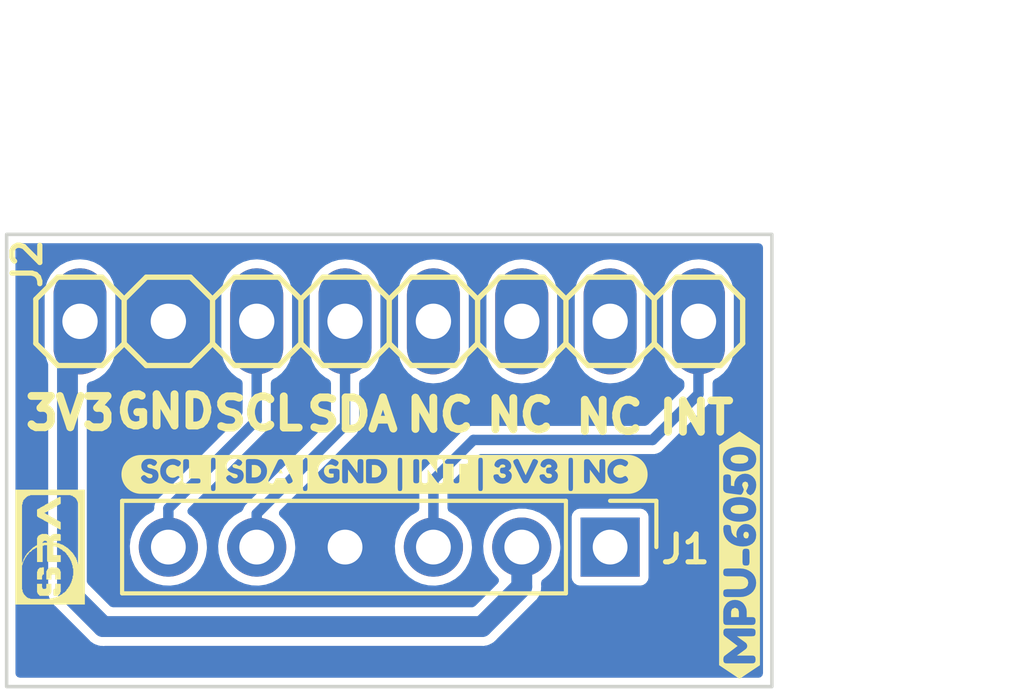
<source format=kicad_pcb>
(kicad_pcb (version 20211014) (generator pcbnew)
  (layers (0 "F.Cu" signal) (31 "B.Cu" signal) (34 "B.Paste" user) (35 "F.Paste" user) (36 "B.SilkS" user "B.Silkscreen") (37 "F.SilkS" user "F.Silkscreen") (38 "B.Mask" user) (39 "F.Mask" user) (44 "Edge.Cuts" user))
  (net 0 "")
  (net 2 "/3V3")
  (net 3 "/INT")
  (net 4 "/GND")
  (net 5 "/SDA")
  (net 6 "/SCL")
  (footprint "kibuzzard-637B8032" (layer "F.Cu") (at 151.925 75)
    (fp_text reference "kibuzzard-637B8032" hide)
    (fp_text value "G***" hide)
  )
  (footprint "component_libraries:1X08" (layer "F.Cu") (at 152.06 70.6)
    (fp_text reference "J2" (at -9.94 -0.87 90) (layer "F.SilkS") (effects (font (size 0.8 0.8)) (justify left bottom)))
    (fp_text value "Conn_01x08_Female")
    (pad "1" thru_hole oval (at -8.89 0 90) (size 3.048 1.524) (drill 1.016) (layers *.Cu *.Mask) (net 2 "/3V3"))
    (pad "2" thru_hole oval (at -6.35 0 90) (size 3.048 1.524) (drill 1.016) (layers *.Cu *.Mask) (net 4 "/GND"))
    (pad "3" thru_hole oval (at -3.81 0 90) (size 3.048 1.524) (drill 1.016) (layers *.Cu *.Mask) (net 6 "/SCL"))
    (pad "4" thru_hole oval (at -1.27 0 90) (size 3.048 1.524) (drill 1.016) (layers *.Cu *.Mask) (net 5 "/SDA"))
    (pad "5" thru_hole oval (at 1.27 0 90) (size 3.048 1.524) (drill 1.016) (layers *.Cu *.Mask))
    (pad "6" thru_hole oval (at 3.81 0 90) (size 3.048 1.524) (drill 1.016) (layers *.Cu *.Mask))
    (pad "7" thru_hole oval (at 6.35 0 90) (size 3.048 1.524) (drill 1.016) (layers *.Cu *.Mask))
    (pad "8" thru_hole oval (at 8.89 0 90) (size 3.048 1.524) (drill 1.016) (layers *.Cu *.Mask) (net 3 "/INT"))
  )
  (footprint "Connector_PinHeader_2.54mm:PinHeader_1x06_P2.54mm_Vertical" (layer "F.Cu") (at 158.41 77.09 -90)
    (fp_text reference "J1" (at 0.06 -2.165 180) (layer "F.SilkS") (effects (font (size 0.8 0.8))))
    (fp_text value "Conn_01x06_Male")
    (pad "1" thru_hole rect locked (at 0 0 270) (size 1.7 1.7) (drill 1) (layers *.Cu *.Mask))
    (pad "2" thru_hole oval locked (at 0 2.54 270) (size 1.7 1.7) (drill 1) (layers *.Cu *.Mask) (net 2 "/3V3"))
    (pad "3" thru_hole oval locked (at 0 5.08 270) (size 1.7 1.7) (drill 1) (layers *.Cu *.Mask) (net 3 "/INT"))
    (pad "4" thru_hole oval locked (at 0 7.62 270) (size 1.7 1.7) (drill 1) (layers *.Cu *.Mask) (net 4 "/GND"))
    (pad "5" thru_hole oval locked (at 0 10.16 270) (size 1.7 1.7) (drill 1) (layers *.Cu *.Mask) (net 5 "/SDA"))
    (pad "6" thru_hole oval locked (at 0 12.7 270) (size 1.7 1.7) (drill 1) (layers *.Cu *.Mask) (net 6 "/SCL"))
  )
  (footprint "logos:sra_logo_smallest_neg" (layer "F.Cu") (at 142.31 77.09 90)
    (fp_text reference "G***" hide)
    (fp_text value "LOGO" hide)
  )
  (footprint "kibuzzard-61F9996D" (layer "F.Cu") (at 162.13 77.32 90)
    (fp_text reference "kibuzzard-61F9996D" hide)
    (fp_text value "G***" hide)
  )
  (gr_rect (start 141.06 68.1) (end 163.06 81.1) (layer "Edge.Cuts") (width 0.1) (fill none))
  (gr_text "INT" (at 160.89 73.37) (layer "F.SilkS") (effects (font (size 0.9 0.9) (thickness 0.225))))
  (gr_text "SDA" (at 151 73.28) (layer "F.SilkS") (effects (font (size 0.9 0.9) (thickness 0.225))))
  (gr_text "NC" (at 155.82 73.3) (layer "F.SilkS") (effects (font (size 0.9 0.9) (thickness 0.225))))
  (gr_text "3V3" (at 142.89 73.24) (layer "F.SilkS") (effects (font (size 0.9 0.9) (thickness 0.225))))
  (gr_text "NC" (at 158.39 73.35) (layer "F.SilkS") (effects (font (size 0.9 0.9) (thickness 0.225))))
  (gr_text "SCL" (at 148.3 73.25) (layer "F.SilkS") (effects (font (size 0.9 0.9) (thickness 0.225))))
  (gr_text "NC" (at 153.52 73.29) (layer "F.SilkS") (effects (font (size 0.9 0.9) (thickness 0.225))))
  (gr_text "GND\n" (at 145.63 73.19) (layer "F.SilkS") (effects (font (size 0.9 0.9) (thickness 0.225))))
  (segment (start 154.725 79.375) (end 155.87 78.23) (width 0.6) (layer "B.Cu") (net 2))
  (segment (start 142.81 78.35) (end 143.835 79.375) (width 0.6) (layer "B.Cu") (net 2))
  (segment (start 142.81 70.96) (end 142.81 78.35) (width 0.6) (layer "B.Cu") (net 2))
  (segment (start 143.835 79.375) (end 154.725 79.375) (width 0.6) (layer "B.Cu") (net 2))
  (segment (start 155.87 78.23) (end 155.87 77.09) (width 0.6) (layer "B.Cu") (net 2))
  (segment (start 143.17 70.6) (end 142.81 70.96) (width 0.6) (layer "B.Cu") (net 2))
  (segment (start 153.33 75.16) (end 154.48 74.01) (width 0.3) (layer "B.Cu") (net 3))
  (segment (start 159.63 74.01) (end 160.95 72.69) (width 0.3) (layer "B.Cu") (net 3))
  (segment (start 154.48 74.01) (end 159.63 74.01) (width 0.3) (layer "B.Cu") (net 3))
  (segment (start 153.33 77.09) (end 153.33 75.16) (width 0.3) (layer "B.Cu") (net 3))
  (segment (start 160.95 72.69) (end 160.95 70.6) (width 0.3) (layer "B.Cu") (net 3))
  (segment (start 145.71 70.6) (end 145.71 71.83) (width 0.6) (layer "B.Cu") (net 4))
  (segment (start 150.79 73.59) (end 150.79 70.6) (width 0.3) (layer "B.Cu") (net 5))
  (segment (start 148.25 77.09) (end 148.25 76.13) (width 0.3) (layer "B.Cu") (net 5))
  (segment (start 148.25 76.13) (end 150.79 73.59) (width 0.3) (layer "B.Cu") (net 5))
  (segment (start 148.25 73.44) (end 145.71 75.98) (width 0.3) (layer "B.Cu") (net 6))
  (segment (start 145.71 75.98) (end 145.71 77.09) (width 0.3) (layer "B.Cu") (net 6))
  (segment (start 148.25 70.6) (end 148.25 73.44) (width 0.3) (layer "B.Cu") (net 6))
  (zone (net 4) (net_name "/GND") (layer "B.Cu") (connect_pads yes (clearance 0.254)) (min_thickness 0.254) (fill yes (thermal_gap 0.508) (thermal_bridge_width 0.508))
    (polygon (pts (xy 163.06 81.1) (xy 141.06 81.1) (xy 141.07 68.1) (xy 163.05 68.1)))
  )
)
</source>
